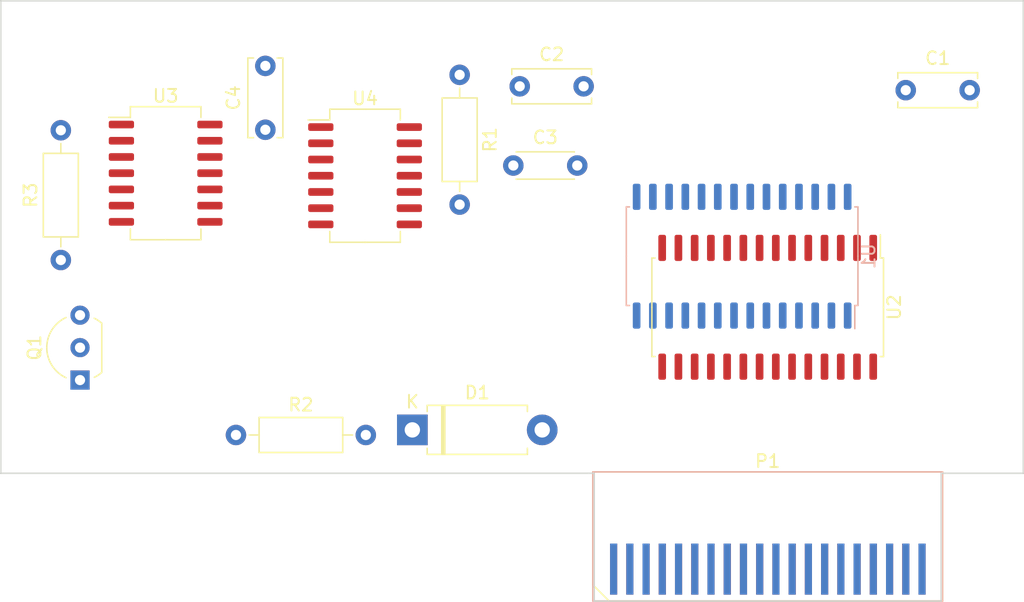
<source format=kicad_pcb>
(kicad_pcb (version 20171130) (host pcbnew 5.99.0+really5.1.10+dfsg1-1)

  (general
    (thickness 620)
    (drawings 5)
    (tracks 0)
    (zones 0)
    (modules 14)
    (nets 41)
  )

  (page A4)
  (layers
    (0 F.Cu signal)
    (31 B.Cu signal)
    (32 B.Adhes user)
    (33 F.Adhes user)
    (34 B.Paste user)
    (35 F.Paste user)
    (36 B.SilkS user)
    (37 F.SilkS user)
    (38 B.Mask user)
    (39 F.Mask user)
    (40 Dwgs.User user)
    (41 Cmts.User user)
    (42 Eco1.User user)
    (43 Eco2.User user)
    (44 Edge.Cuts user)
    (45 Margin user)
    (46 B.CrtYd user)
    (47 F.CrtYd user)
    (48 B.Fab user hide)
    (49 F.Fab user hide)
  )

  (setup
    (last_trace_width 0.25)
    (trace_clearance 0.2)
    (zone_clearance 0.508)
    (zone_45_only no)
    (trace_min 0.2)
    (via_size 0.8)
    (via_drill 0.4)
    (via_min_size 0.4)
    (via_min_drill 0.3)
    (uvia_size 0.3)
    (uvia_drill 0.1)
    (uvias_allowed no)
    (uvia_min_size 0.2)
    (uvia_min_drill 0.1)
    (edge_width 0.12)
    (segment_width 0.12)
    (pcb_text_width 0.3)
    (pcb_text_size 1.5 1.5)
    (mod_edge_width 0.12)
    (mod_text_size 1 1)
    (mod_text_width 0.15)
    (pad_size 1.524 1.524)
    (pad_drill 0.762)
    (pad_to_mask_clearance 0)
    (aux_axis_origin 0 0)
    (visible_elements FFFFFF7F)
    (pcbplotparams
      (layerselection 0x010fc_ffffffff)
      (usegerberextensions false)
      (usegerberattributes true)
      (usegerberadvancedattributes true)
      (creategerberjobfile true)
      (excludeedgelayer true)
      (linewidth 0.100000)
      (plotframeref false)
      (viasonmask false)
      (mode 1)
      (useauxorigin false)
      (hpglpennumber 1)
      (hpglpenspeed 20)
      (hpglpendiameter 15.000000)
      (psnegative false)
      (psa4output false)
      (plotreference true)
      (plotvalue true)
      (plotinvisibletext false)
      (padsonsilk false)
      (subtractmaskfromsilk false)
      (outputformat 1)
      (mirror false)
      (drillshape 1)
      (scaleselection 1)
      (outputdirectory ""))
  )

  (net 0 "")
  (net 1 GND)
  (net 2 VCC)
  (net 3 /P38)
  (net 4 /P34)
  (net 5 /P33)
  (net 6 /A8)
  (net 7 /A12)
  (net 8 /A9)
  (net 9 /A7)
  (net 10 /A11)
  (net 11 /A6)
  (net 12 /A5)
  (net 13 /A4)
  (net 14 /A10)
  (net 15 /A3)
  (net 16 /A2)
  (net 17 /D7)
  (net 18 /A1)
  (net 19 /D6)
  (net 20 /A0)
  (net 21 /D5)
  (net 22 /D0)
  (net 23 /D4)
  (net 24 /D1)
  (net 25 /D3)
  (net 26 /D2)
  (net 27 /A13RAM)
  (net 28 /A14RAM)
  (net 29 /~CSRAM)
  (net 30 /~CEROM)
  (net 31 /~OEROM)
  (net 32 /A14)
  (net 33 /A13)
  (net 34 /P31)
  (net 35 "Net-(Q1-Pad2)")
  (net 36 /~WERAM)
  (net 37 /~OERAM)
  (net 38 VMEM)
  (net 39 "Net-(D1-Pad2)")
  (net 40 /P18)

  (net_class Default "This is the default net class."
    (clearance 0.2)
    (trace_width 0.25)
    (via_dia 0.8)
    (via_drill 0.4)
    (uvia_dia 0.3)
    (uvia_drill 0.1)
    (add_net /A0)
    (add_net /A1)
    (add_net /A10)
    (add_net /A11)
    (add_net /A12)
    (add_net /A13)
    (add_net /A13RAM)
    (add_net /A14)
    (add_net /A14RAM)
    (add_net /A2)
    (add_net /A3)
    (add_net /A4)
    (add_net /A5)
    (add_net /A6)
    (add_net /A7)
    (add_net /A8)
    (add_net /A9)
    (add_net /D0)
    (add_net /D1)
    (add_net /D2)
    (add_net /D3)
    (add_net /D4)
    (add_net /D5)
    (add_net /D6)
    (add_net /D7)
    (add_net /P18)
    (add_net /P31)
    (add_net /P33)
    (add_net /P34)
    (add_net /P38)
    (add_net /~CEROM)
    (add_net /~CSRAM)
    (add_net /~OERAM)
    (add_net /~OEROM)
    (add_net /~WERAM)
    (add_net GND)
    (add_net "Net-(D1-Pad2)")
    (add_net "Net-(Q1-Pad2)")
    (add_net VCC)
    (add_net VMEM)
  )

  (module Capacitor_THT:C_Disc_D6.0mm_W2.5mm_P5.00mm (layer F.Cu) (tedit 5AE50EF0) (tstamp 61540F0D)
    (at 150.8 106)
    (descr "C, Disc series, Radial, pin pitch=5.00mm, , diameter*width=6*2.5mm^2, Capacitor, http://cdn-reichelt.de/documents/datenblatt/B300/DS_KERKO_TC.pdf")
    (tags "C Disc series Radial pin pitch 5.00mm  diameter 6mm width 2.5mm Capacitor")
    (path /5159BFD4)
    (fp_text reference C1 (at 2.5 -2.5) (layer F.SilkS)
      (effects (font (size 1 1) (thickness 0.15)))
    )
    (fp_text value 100n (at 2.5 2.5) (layer F.Fab)
      (effects (font (size 1 1) (thickness 0.15)))
    )
    (fp_line (start -0.5 -1.25) (end -0.5 1.25) (layer F.Fab) (width 0.1))
    (fp_line (start -0.5 1.25) (end 5.5 1.25) (layer F.Fab) (width 0.1))
    (fp_line (start 5.5 1.25) (end 5.5 -1.25) (layer F.Fab) (width 0.1))
    (fp_line (start 5.5 -1.25) (end -0.5 -1.25) (layer F.Fab) (width 0.1))
    (fp_line (start -0.62 -1.37) (end 5.62 -1.37) (layer F.SilkS) (width 0.12))
    (fp_line (start -0.62 1.37) (end 5.62 1.37) (layer F.SilkS) (width 0.12))
    (fp_line (start -0.62 -1.37) (end -0.62 -0.925) (layer F.SilkS) (width 0.12))
    (fp_line (start -0.62 0.925) (end -0.62 1.37) (layer F.SilkS) (width 0.12))
    (fp_line (start 5.62 -1.37) (end 5.62 -0.925) (layer F.SilkS) (width 0.12))
    (fp_line (start 5.62 0.925) (end 5.62 1.37) (layer F.SilkS) (width 0.12))
    (fp_line (start -1.05 -1.5) (end -1.05 1.5) (layer F.CrtYd) (width 0.05))
    (fp_line (start -1.05 1.5) (end 6.05 1.5) (layer F.CrtYd) (width 0.05))
    (fp_line (start 6.05 1.5) (end 6.05 -1.5) (layer F.CrtYd) (width 0.05))
    (fp_line (start 6.05 -1.5) (end -1.05 -1.5) (layer F.CrtYd) (width 0.05))
    (fp_text user %R (at 2.5 0) (layer F.Fab)
      (effects (font (size 1 1) (thickness 0.15)))
    )
    (pad 2 thru_hole circle (at 5 0) (size 1.6 1.6) (drill 0.8) (layers *.Cu *.Mask)
      (net 1 GND))
    (pad 1 thru_hole circle (at 0 0) (size 1.6 1.6) (drill 0.8) (layers *.Cu *.Mask)
      (net 2 VCC))
    (model ${KISYS3DMOD}/Capacitor_THT.3dshapes/C_Disc_D6.0mm_W2.5mm_P5.00mm.wrl
      (at (xyz 0 0 0))
      (scale (xyz 1 1 1))
      (rotate (xyz 0 0 0))
    )
  )

  (module Package_TO_SOT_THT:TO-92L_Inline_Wide (layer F.Cu) (tedit 5A11996A) (tstamp 615493F7)
    (at 86.2 128.7 90)
    (descr "TO-92L leads in-line (large body variant of TO-92), also known as TO-226, wide, drill 0.75mm (see https://www.diodes.com/assets/Package-Files/TO92L.pdf and http://www.ti.com/lit/an/snoa059/snoa059.pdf)")
    (tags "TO-92L Inline Wide transistor")
    (path /61582988)
    (fp_text reference Q1 (at 2.54 -3.56 90) (layer F.SilkS)
      (effects (font (size 1 1) (thickness 0.15)))
    )
    (fp_text value UN1211 (at 2.54 2.79 90) (layer F.Fab)
      (effects (font (size 1 1) (thickness 0.15)))
    )
    (fp_line (start 0.6 1.7) (end 4.45 1.7) (layer F.SilkS) (width 0.12))
    (fp_line (start 0.65 1.6) (end 4.4 1.6) (layer F.Fab) (width 0.1))
    (fp_line (start -1 -2.75) (end 6.1 -2.75) (layer F.CrtYd) (width 0.05))
    (fp_line (start -1 -2.75) (end -1 1.85) (layer F.CrtYd) (width 0.05))
    (fp_line (start 6.1 1.85) (end 6.1 -2.75) (layer F.CrtYd) (width 0.05))
    (fp_line (start 6.1 1.85) (end -1 1.85) (layer F.CrtYd) (width 0.05))
    (fp_arc (start 2.54 0) (end 4.45 1.7) (angle -15.88591585) (layer F.SilkS) (width 0.12))
    (fp_arc (start 2.54 0) (end 2.54 -2.48) (angle -130.2499344) (layer F.Fab) (width 0.1))
    (fp_arc (start 2.54 0) (end 2.54 -2.48) (angle 129.9527847) (layer F.Fab) (width 0.1))
    (fp_arc (start 2.54 0) (end 2.54 -2.6) (angle 65) (layer F.SilkS) (width 0.12))
    (fp_arc (start 2.54 0) (end 2.54 -2.6) (angle -65) (layer F.SilkS) (width 0.12))
    (fp_arc (start 2.54 0) (end 0.6 1.7) (angle 15.44288892) (layer F.SilkS) (width 0.12))
    (fp_text user %R (at 2.54 0 90) (layer F.Fab)
      (effects (font (size 1 1) (thickness 0.15)))
    )
    (pad 1 thru_hole rect (at 0 0 90) (size 1.5 1.5) (drill 0.8) (layers *.Cu *.Mask)
      (net 34 /P31))
    (pad 3 thru_hole circle (at 5.08 0 90) (size 1.5 1.5) (drill 0.8) (layers *.Cu *.Mask)
      (net 1 GND))
    (pad 2 thru_hole circle (at 2.54 0 90) (size 1.5 1.5) (drill 0.8) (layers *.Cu *.Mask)
      (net 35 "Net-(Q1-Pad2)"))
    (model ${KISYS3DMOD}/Package_TO_SOT_THT.3dshapes/TO-92L_Inline_Wide.wrl
      (at (xyz 0 0 0))
      (scale (xyz 1 1 1))
      (rotate (xyz 0 0 0))
    )
  )

  (module Resistor_THT:R_Axial_DIN0207_L6.3mm_D2.5mm_P10.16mm_Horizontal (layer F.Cu) (tedit 5AE5139B) (tstamp 61540F87)
    (at 115.9 104.8 270)
    (descr "Resistor, Axial_DIN0207 series, Axial, Horizontal, pin pitch=10.16mm, 0.25W = 1/4W, length*diameter=6.3*2.5mm^2, http://cdn-reichelt.de/documents/datenblatt/B400/1_4W%23YAG.pdf")
    (tags "Resistor Axial_DIN0207 series Axial Horizontal pin pitch 10.16mm 0.25W = 1/4W length 6.3mm diameter 2.5mm")
    (path /512AA97D)
    (fp_text reference R1 (at 5.08 -2.37 90) (layer F.SilkS)
      (effects (font (size 1 1) (thickness 0.15)))
    )
    (fp_text value 10k (at 5.08 2.37 90) (layer F.Fab)
      (effects (font (size 1 1) (thickness 0.15)))
    )
    (fp_line (start 1.93 -1.25) (end 1.93 1.25) (layer F.Fab) (width 0.1))
    (fp_line (start 1.93 1.25) (end 8.23 1.25) (layer F.Fab) (width 0.1))
    (fp_line (start 8.23 1.25) (end 8.23 -1.25) (layer F.Fab) (width 0.1))
    (fp_line (start 8.23 -1.25) (end 1.93 -1.25) (layer F.Fab) (width 0.1))
    (fp_line (start 0 0) (end 1.93 0) (layer F.Fab) (width 0.1))
    (fp_line (start 10.16 0) (end 8.23 0) (layer F.Fab) (width 0.1))
    (fp_line (start 1.81 -1.37) (end 1.81 1.37) (layer F.SilkS) (width 0.12))
    (fp_line (start 1.81 1.37) (end 8.35 1.37) (layer F.SilkS) (width 0.12))
    (fp_line (start 8.35 1.37) (end 8.35 -1.37) (layer F.SilkS) (width 0.12))
    (fp_line (start 8.35 -1.37) (end 1.81 -1.37) (layer F.SilkS) (width 0.12))
    (fp_line (start 1.04 0) (end 1.81 0) (layer F.SilkS) (width 0.12))
    (fp_line (start 9.12 0) (end 8.35 0) (layer F.SilkS) (width 0.12))
    (fp_line (start -1.05 -1.5) (end -1.05 1.5) (layer F.CrtYd) (width 0.05))
    (fp_line (start -1.05 1.5) (end 11.21 1.5) (layer F.CrtYd) (width 0.05))
    (fp_line (start 11.21 1.5) (end 11.21 -1.5) (layer F.CrtYd) (width 0.05))
    (fp_line (start 11.21 -1.5) (end -1.05 -1.5) (layer F.CrtYd) (width 0.05))
    (fp_text user %R (at 5.08 0 90) (layer F.Fab)
      (effects (font (size 1 1) (thickness 0.15)))
    )
    (pad 2 thru_hole oval (at 10.16 0 270) (size 1.6 1.6) (drill 0.8) (layers *.Cu *.Mask)
      (net 38 VMEM))
    (pad 1 thru_hole circle (at 0 0 270) (size 1.6 1.6) (drill 0.8) (layers *.Cu *.Mask)
      (net 29 /~CSRAM))
    (model ${KISYS3DMOD}/Resistor_THT.3dshapes/R_Axial_DIN0207_L6.3mm_D2.5mm_P10.16mm_Horizontal.wrl
      (at (xyz 0 0 0))
      (scale (xyz 1 1 1))
      (rotate (xyz 0 0 0))
    )
  )

  (module Resistor_THT:R_Axial_DIN0207_L6.3mm_D2.5mm_P10.16mm_Horizontal (layer F.Cu) (tedit 5AE5139B) (tstamp 61540F96)
    (at 98.4 133)
    (descr "Resistor, Axial_DIN0207 series, Axial, Horizontal, pin pitch=10.16mm, 0.25W = 1/4W, length*diameter=6.3*2.5mm^2, http://cdn-reichelt.de/documents/datenblatt/B400/1_4W%23YAG.pdf")
    (tags "Resistor Axial_DIN0207 series Axial Horizontal pin pitch 10.16mm 0.25W = 1/4W length 6.3mm diameter 2.5mm")
    (path /512AA437)
    (fp_text reference R2 (at 5.08 -2.37) (layer F.SilkS)
      (effects (font (size 1 1) (thickness 0.15)))
    )
    (fp_text value 2.2k (at 5.08 2.37) (layer F.Fab)
      (effects (font (size 1 1) (thickness 0.15)))
    )
    (fp_line (start 1.93 -1.25) (end 1.93 1.25) (layer F.Fab) (width 0.1))
    (fp_line (start 1.93 1.25) (end 8.23 1.25) (layer F.Fab) (width 0.1))
    (fp_line (start 8.23 1.25) (end 8.23 -1.25) (layer F.Fab) (width 0.1))
    (fp_line (start 8.23 -1.25) (end 1.93 -1.25) (layer F.Fab) (width 0.1))
    (fp_line (start 0 0) (end 1.93 0) (layer F.Fab) (width 0.1))
    (fp_line (start 10.16 0) (end 8.23 0) (layer F.Fab) (width 0.1))
    (fp_line (start 1.81 -1.37) (end 1.81 1.37) (layer F.SilkS) (width 0.12))
    (fp_line (start 1.81 1.37) (end 8.35 1.37) (layer F.SilkS) (width 0.12))
    (fp_line (start 8.35 1.37) (end 8.35 -1.37) (layer F.SilkS) (width 0.12))
    (fp_line (start 8.35 -1.37) (end 1.81 -1.37) (layer F.SilkS) (width 0.12))
    (fp_line (start 1.04 0) (end 1.81 0) (layer F.SilkS) (width 0.12))
    (fp_line (start 9.12 0) (end 8.35 0) (layer F.SilkS) (width 0.12))
    (fp_line (start -1.05 -1.5) (end -1.05 1.5) (layer F.CrtYd) (width 0.05))
    (fp_line (start -1.05 1.5) (end 11.21 1.5) (layer F.CrtYd) (width 0.05))
    (fp_line (start 11.21 1.5) (end 11.21 -1.5) (layer F.CrtYd) (width 0.05))
    (fp_line (start 11.21 -1.5) (end -1.05 -1.5) (layer F.CrtYd) (width 0.05))
    (fp_text user %R (at 5.08 0) (layer F.Fab)
      (effects (font (size 1 1) (thickness 0.15)))
    )
    (pad 2 thru_hole oval (at 10.16 0) (size 1.6 1.6) (drill 0.8) (layers *.Cu *.Mask)
      (net 39 "Net-(D1-Pad2)"))
    (pad 1 thru_hole circle (at 0 0) (size 1.6 1.6) (drill 0.8) (layers *.Cu *.Mask))
    (model ${KISYS3DMOD}/Resistor_THT.3dshapes/R_Axial_DIN0207_L6.3mm_D2.5mm_P10.16mm_Horizontal.wrl
      (at (xyz 0 0 0))
      (scale (xyz 1 1 1))
      (rotate (xyz 0 0 0))
    )
  )

  (module Diode_THT:D_DO-15_P10.16mm_Horizontal (layer F.Cu) (tedit 5AE50CD5) (tstamp 61540F2C)
    (at 112.2 132.6)
    (descr "Diode, DO-15 series, Axial, Horizontal, pin pitch=10.16mm, , length*diameter=7.6*3.6mm^2, , http://www.diodes.com/_files/packages/DO-15.pdf")
    (tags "Diode DO-15 series Axial Horizontal pin pitch 10.16mm  length 7.6mm diameter 3.6mm")
    (path /512AA3D2)
    (fp_text reference D1 (at 5.08 -2.92) (layer F.SilkS)
      (effects (font (size 1 1) (thickness 0.15)))
    )
    (fp_text value 1N4148 (at 5.08 2.92) (layer F.Fab)
      (effects (font (size 1 1) (thickness 0.15)))
    )
    (fp_line (start 1.28 -1.8) (end 1.28 1.8) (layer F.Fab) (width 0.1))
    (fp_line (start 1.28 1.8) (end 8.88 1.8) (layer F.Fab) (width 0.1))
    (fp_line (start 8.88 1.8) (end 8.88 -1.8) (layer F.Fab) (width 0.1))
    (fp_line (start 8.88 -1.8) (end 1.28 -1.8) (layer F.Fab) (width 0.1))
    (fp_line (start 0 0) (end 1.28 0) (layer F.Fab) (width 0.1))
    (fp_line (start 10.16 0) (end 8.88 0) (layer F.Fab) (width 0.1))
    (fp_line (start 2.42 -1.8) (end 2.42 1.8) (layer F.Fab) (width 0.1))
    (fp_line (start 2.52 -1.8) (end 2.52 1.8) (layer F.Fab) (width 0.1))
    (fp_line (start 2.32 -1.8) (end 2.32 1.8) (layer F.Fab) (width 0.1))
    (fp_line (start 1.16 -1.44) (end 1.16 -1.92) (layer F.SilkS) (width 0.12))
    (fp_line (start 1.16 -1.92) (end 9 -1.92) (layer F.SilkS) (width 0.12))
    (fp_line (start 9 -1.92) (end 9 -1.44) (layer F.SilkS) (width 0.12))
    (fp_line (start 1.16 1.44) (end 1.16 1.92) (layer F.SilkS) (width 0.12))
    (fp_line (start 1.16 1.92) (end 9 1.92) (layer F.SilkS) (width 0.12))
    (fp_line (start 9 1.92) (end 9 1.44) (layer F.SilkS) (width 0.12))
    (fp_line (start 2.42 -1.92) (end 2.42 1.92) (layer F.SilkS) (width 0.12))
    (fp_line (start 2.54 -1.92) (end 2.54 1.92) (layer F.SilkS) (width 0.12))
    (fp_line (start 2.3 -1.92) (end 2.3 1.92) (layer F.SilkS) (width 0.12))
    (fp_line (start -1.45 -2.05) (end -1.45 2.05) (layer F.CrtYd) (width 0.05))
    (fp_line (start -1.45 2.05) (end 11.61 2.05) (layer F.CrtYd) (width 0.05))
    (fp_line (start 11.61 2.05) (end 11.61 -2.05) (layer F.CrtYd) (width 0.05))
    (fp_line (start 11.61 -2.05) (end -1.45 -2.05) (layer F.CrtYd) (width 0.05))
    (fp_text user %R (at 5.65 0) (layer F.Fab)
      (effects (font (size 1 1) (thickness 0.15)))
    )
    (fp_text user K (at 0 -2.2) (layer F.Fab)
      (effects (font (size 1 1) (thickness 0.15)))
    )
    (fp_text user K (at 0 -2.2) (layer F.SilkS)
      (effects (font (size 1 1) (thickness 0.15)))
    )
    (pad 1 thru_hole rect (at 0 0) (size 2.4 2.4) (drill 1.2) (layers *.Cu *.Mask)
      (net 38 VMEM))
    (pad 2 thru_hole oval (at 10.16 0) (size 2.4 2.4) (drill 1.2) (layers *.Cu *.Mask)
      (net 39 "Net-(D1-Pad2)"))
    (model ${KISYS3DMOD}/Diode_THT.3dshapes/D_DO-15_P10.16mm_Horizontal.wrl
      (at (xyz 0 0 0))
      (scale (xyz 1 1 1))
      (rotate (xyz 0 0 0))
    )
  )

  (module Capacitor_THT:C_Disc_D6.0mm_W2.5mm_P5.00mm (layer F.Cu) (tedit 5AE50EF0) (tstamp 61540ED4)
    (at 120.6 105.7)
    (descr "C, Disc series, Radial, pin pitch=5.00mm, , diameter*width=6*2.5mm^2, Capacitor, http://cdn-reichelt.de/documents/datenblatt/B300/DS_KERKO_TC.pdf")
    (tags "C Disc series Radial pin pitch 5.00mm  diameter 6mm width 2.5mm Capacitor")
    (path /5159BFCE)
    (fp_text reference C2 (at 2.5 -2.5) (layer F.SilkS)
      (effects (font (size 1 1) (thickness 0.15)))
    )
    (fp_text value 100n (at 2.5 2.5) (layer F.Fab)
      (effects (font (size 1 1) (thickness 0.15)))
    )
    (fp_line (start -0.5 -1.25) (end -0.5 1.25) (layer F.Fab) (width 0.1))
    (fp_line (start -0.5 1.25) (end 5.5 1.25) (layer F.Fab) (width 0.1))
    (fp_line (start 5.5 1.25) (end 5.5 -1.25) (layer F.Fab) (width 0.1))
    (fp_line (start 5.5 -1.25) (end -0.5 -1.25) (layer F.Fab) (width 0.1))
    (fp_line (start -0.62 -1.37) (end 5.62 -1.37) (layer F.SilkS) (width 0.12))
    (fp_line (start -0.62 1.37) (end 5.62 1.37) (layer F.SilkS) (width 0.12))
    (fp_line (start -0.62 -1.37) (end -0.62 -0.925) (layer F.SilkS) (width 0.12))
    (fp_line (start -0.62 0.925) (end -0.62 1.37) (layer F.SilkS) (width 0.12))
    (fp_line (start 5.62 -1.37) (end 5.62 -0.925) (layer F.SilkS) (width 0.12))
    (fp_line (start 5.62 0.925) (end 5.62 1.37) (layer F.SilkS) (width 0.12))
    (fp_line (start -1.05 -1.5) (end -1.05 1.5) (layer F.CrtYd) (width 0.05))
    (fp_line (start -1.05 1.5) (end 6.05 1.5) (layer F.CrtYd) (width 0.05))
    (fp_line (start 6.05 1.5) (end 6.05 -1.5) (layer F.CrtYd) (width 0.05))
    (fp_line (start 6.05 -1.5) (end -1.05 -1.5) (layer F.CrtYd) (width 0.05))
    (fp_text user %R (at 2.5 0) (layer F.Fab)
      (effects (font (size 1 1) (thickness 0.15)))
    )
    (pad 2 thru_hole circle (at 5 0) (size 1.6 1.6) (drill 0.8) (layers *.Cu *.Mask)
      (net 1 GND))
    (pad 1 thru_hole circle (at 0 0) (size 1.6 1.6) (drill 0.8) (layers *.Cu *.Mask)
      (net 38 VMEM))
    (model ${KISYS3DMOD}/Capacitor_THT.3dshapes/C_Disc_D6.0mm_W2.5mm_P5.00mm.wrl
      (at (xyz 0 0 0))
      (scale (xyz 1 1 1))
      (rotate (xyz 0 0 0))
    )
  )

  (module Capacitor_THT:C_Disc_D4.3mm_W1.9mm_P5.00mm (layer F.Cu) (tedit 5AE50EF0) (tstamp 6154A7F9)
    (at 120.1 111.9)
    (descr "C, Disc series, Radial, pin pitch=5.00mm, , diameter*width=4.3*1.9mm^2, Capacitor, http://www.vishay.com/docs/45233/krseries.pdf")
    (tags "C Disc series Radial pin pitch 5.00mm  diameter 4.3mm width 1.9mm Capacitor")
    (path /512AA991)
    (fp_text reference C3 (at 2.5 -2.2) (layer F.SilkS)
      (effects (font (size 1 1) (thickness 0.15)))
    )
    (fp_text value 10n (at 2.5 2.2) (layer F.Fab)
      (effects (font (size 1 1) (thickness 0.15)))
    )
    (fp_line (start 0.35 -0.95) (end 0.35 0.95) (layer F.Fab) (width 0.1))
    (fp_line (start 0.35 0.95) (end 4.65 0.95) (layer F.Fab) (width 0.1))
    (fp_line (start 4.65 0.95) (end 4.65 -0.95) (layer F.Fab) (width 0.1))
    (fp_line (start 4.65 -0.95) (end 0.35 -0.95) (layer F.Fab) (width 0.1))
    (fp_line (start 0.23 -1.07) (end 4.77 -1.07) (layer F.SilkS) (width 0.12))
    (fp_line (start 0.23 1.07) (end 4.77 1.07) (layer F.SilkS) (width 0.12))
    (fp_line (start 0.23 -1.07) (end 0.23 -1.055) (layer F.SilkS) (width 0.12))
    (fp_line (start 0.23 1.055) (end 0.23 1.07) (layer F.SilkS) (width 0.12))
    (fp_line (start 4.77 -1.07) (end 4.77 -1.055) (layer F.SilkS) (width 0.12))
    (fp_line (start 4.77 1.055) (end 4.77 1.07) (layer F.SilkS) (width 0.12))
    (fp_line (start -1.05 -1.2) (end -1.05 1.2) (layer F.CrtYd) (width 0.05))
    (fp_line (start -1.05 1.2) (end 6.05 1.2) (layer F.CrtYd) (width 0.05))
    (fp_line (start 6.05 1.2) (end 6.05 -1.2) (layer F.CrtYd) (width 0.05))
    (fp_line (start 6.05 -1.2) (end -1.05 -1.2) (layer F.CrtYd) (width 0.05))
    (fp_text user %R (at 2.5 0) (layer F.Fab)
      (effects (font (size 0.86 0.86) (thickness 0.129)))
    )
    (pad 2 thru_hole circle (at 5 0) (size 1.6 1.6) (drill 0.8) (layers *.Cu *.Mask)
      (net 1 GND))
    (pad 1 thru_hole circle (at 0 0) (size 1.6 1.6) (drill 0.8) (layers *.Cu *.Mask)
      (net 29 /~CSRAM))
    (model ${KISYS3DMOD}/Capacitor_THT.3dshapes/C_Disc_D4.3mm_W1.9mm_P5.00mm.wrl
      (at (xyz 0 0 0))
      (scale (xyz 1 1 1))
      (rotate (xyz 0 0 0))
    )
  )

  (module Capacitor_THT:C_Disc_D6.0mm_W2.5mm_P5.00mm (layer F.Cu) (tedit 5AE50EF0) (tstamp 61540EFA)
    (at 100.7 109.1 90)
    (descr "C, Disc series, Radial, pin pitch=5.00mm, , diameter*width=6*2.5mm^2, Capacitor, http://cdn-reichelt.de/documents/datenblatt/B300/DS_KERKO_TC.pdf")
    (tags "C Disc series Radial pin pitch 5.00mm  diameter 6mm width 2.5mm Capacitor")
    (path /5159BFDA)
    (fp_text reference C4 (at 2.5 -2.5 90) (layer F.SilkS)
      (effects (font (size 1 1) (thickness 0.15)))
    )
    (fp_text value 100n (at 2.5 2.5 90) (layer F.Fab)
      (effects (font (size 1 1) (thickness 0.15)))
    )
    (fp_line (start -0.5 -1.25) (end -0.5 1.25) (layer F.Fab) (width 0.1))
    (fp_line (start -0.5 1.25) (end 5.5 1.25) (layer F.Fab) (width 0.1))
    (fp_line (start 5.5 1.25) (end 5.5 -1.25) (layer F.Fab) (width 0.1))
    (fp_line (start 5.5 -1.25) (end -0.5 -1.25) (layer F.Fab) (width 0.1))
    (fp_line (start -0.62 -1.37) (end 5.62 -1.37) (layer F.SilkS) (width 0.12))
    (fp_line (start -0.62 1.37) (end 5.62 1.37) (layer F.SilkS) (width 0.12))
    (fp_line (start -0.62 -1.37) (end -0.62 -0.925) (layer F.SilkS) (width 0.12))
    (fp_line (start -0.62 0.925) (end -0.62 1.37) (layer F.SilkS) (width 0.12))
    (fp_line (start 5.62 -1.37) (end 5.62 -0.925) (layer F.SilkS) (width 0.12))
    (fp_line (start 5.62 0.925) (end 5.62 1.37) (layer F.SilkS) (width 0.12))
    (fp_line (start -1.05 -1.5) (end -1.05 1.5) (layer F.CrtYd) (width 0.05))
    (fp_line (start -1.05 1.5) (end 6.05 1.5) (layer F.CrtYd) (width 0.05))
    (fp_line (start 6.05 1.5) (end 6.05 -1.5) (layer F.CrtYd) (width 0.05))
    (fp_line (start 6.05 -1.5) (end -1.05 -1.5) (layer F.CrtYd) (width 0.05))
    (fp_text user %R (at 2.5 0 90) (layer F.Fab)
      (effects (font (size 1 1) (thickness 0.15)))
    )
    (pad 2 thru_hole circle (at 5 0 90) (size 1.6 1.6) (drill 0.8) (layers *.Cu *.Mask)
      (net 1 GND))
    (pad 1 thru_hole circle (at 0 0 90) (size 1.6 1.6) (drill 0.8) (layers *.Cu *.Mask)
      (net 2 VCC))
    (model ${KISYS3DMOD}/Capacitor_THT.3dshapes/C_Disc_D6.0mm_W2.5mm_P5.00mm.wrl
      (at (xyz 0 0 0))
      (scale (xyz 1 1 1))
      (rotate (xyz 0 0 0))
    )
  )

  (module Resistor_THT:R_Axial_DIN0207_L6.3mm_D2.5mm_P10.16mm_Horizontal (layer F.Cu) (tedit 5AE5139B) (tstamp 61540FA5)
    (at 84.7 119.3 90)
    (descr "Resistor, Axial_DIN0207 series, Axial, Horizontal, pin pitch=10.16mm, 0.25W = 1/4W, length*diameter=6.3*2.5mm^2, http://cdn-reichelt.de/documents/datenblatt/B400/1_4W%23YAG.pdf")
    (tags "Resistor Axial_DIN0207 series Axial Horizontal pin pitch 10.16mm 0.25W = 1/4W length 6.3mm diameter 2.5mm")
    (path /512AAE5C)
    (fp_text reference R3 (at 5.08 -2.37 90) (layer F.SilkS)
      (effects (font (size 1 1) (thickness 0.15)))
    )
    (fp_text value 4.7k (at 5.08 2.37 90) (layer F.Fab)
      (effects (font (size 1 1) (thickness 0.15)))
    )
    (fp_line (start 1.93 -1.25) (end 1.93 1.25) (layer F.Fab) (width 0.1))
    (fp_line (start 1.93 1.25) (end 8.23 1.25) (layer F.Fab) (width 0.1))
    (fp_line (start 8.23 1.25) (end 8.23 -1.25) (layer F.Fab) (width 0.1))
    (fp_line (start 8.23 -1.25) (end 1.93 -1.25) (layer F.Fab) (width 0.1))
    (fp_line (start 0 0) (end 1.93 0) (layer F.Fab) (width 0.1))
    (fp_line (start 10.16 0) (end 8.23 0) (layer F.Fab) (width 0.1))
    (fp_line (start 1.81 -1.37) (end 1.81 1.37) (layer F.SilkS) (width 0.12))
    (fp_line (start 1.81 1.37) (end 8.35 1.37) (layer F.SilkS) (width 0.12))
    (fp_line (start 8.35 1.37) (end 8.35 -1.37) (layer F.SilkS) (width 0.12))
    (fp_line (start 8.35 -1.37) (end 1.81 -1.37) (layer F.SilkS) (width 0.12))
    (fp_line (start 1.04 0) (end 1.81 0) (layer F.SilkS) (width 0.12))
    (fp_line (start 9.12 0) (end 8.35 0) (layer F.SilkS) (width 0.12))
    (fp_line (start -1.05 -1.5) (end -1.05 1.5) (layer F.CrtYd) (width 0.05))
    (fp_line (start -1.05 1.5) (end 11.21 1.5) (layer F.CrtYd) (width 0.05))
    (fp_line (start 11.21 1.5) (end 11.21 -1.5) (layer F.CrtYd) (width 0.05))
    (fp_line (start 11.21 -1.5) (end -1.05 -1.5) (layer F.CrtYd) (width 0.05))
    (fp_text user %R (at 5.08 0 90) (layer F.Fab)
      (effects (font (size 1 1) (thickness 0.15)))
    )
    (pad 2 thru_hole oval (at 10.16 0 90) (size 1.6 1.6) (drill 0.8) (layers *.Cu *.Mask)
      (net 2 VCC))
    (pad 1 thru_hole circle (at 0 0 90) (size 1.6 1.6) (drill 0.8) (layers *.Cu *.Mask)
      (net 35 "Net-(Q1-Pad2)"))
    (model ${KISYS3DMOD}/Resistor_THT.3dshapes/R_Axial_DIN0207_L6.3mm_D2.5mm_P10.16mm_Horizontal.wrl
      (at (xyz 0 0 0))
      (scale (xyz 1 1 1))
      (rotate (xyz 0 0 0))
    )
  )

  (module Package_SO:SOIC-28W_7.5x17.9mm_P1.27mm (layer B.Cu) (tedit 5D9F72B1) (tstamp 61540FD6)
    (at 138 119 90)
    (descr "SOIC, 28 Pin (JEDEC MS-013AE, https://www.analog.com/media/en/package-pcb-resources/package/35833120341221rw_28.pdf), generated with kicad-footprint-generator ipc_gullwing_generator.py")
    (tags "SOIC SO")
    (path /512A8D2F)
    (attr smd)
    (fp_text reference U1 (at 0 9.9 90) (layer B.SilkS)
      (effects (font (size 1 1) (thickness 0.15)) (justify mirror))
    )
    (fp_text value 27C256AP-20 (at 0 -9.9 90) (layer B.Fab)
      (effects (font (size 1 1) (thickness 0.15)) (justify mirror))
    )
    (fp_line (start 0 -9.06) (end 3.86 -9.06) (layer B.SilkS) (width 0.12))
    (fp_line (start 3.86 -9.06) (end 3.86 -8.815) (layer B.SilkS) (width 0.12))
    (fp_line (start 0 -9.06) (end -3.86 -9.06) (layer B.SilkS) (width 0.12))
    (fp_line (start -3.86 -9.06) (end -3.86 -8.815) (layer B.SilkS) (width 0.12))
    (fp_line (start 0 9.06) (end 3.86 9.06) (layer B.SilkS) (width 0.12))
    (fp_line (start 3.86 9.06) (end 3.86 8.815) (layer B.SilkS) (width 0.12))
    (fp_line (start 0 9.06) (end -3.86 9.06) (layer B.SilkS) (width 0.12))
    (fp_line (start -3.86 9.06) (end -3.86 8.815) (layer B.SilkS) (width 0.12))
    (fp_line (start -3.86 8.815) (end -5.675 8.815) (layer B.SilkS) (width 0.12))
    (fp_line (start -2.75 8.95) (end 3.75 8.95) (layer B.Fab) (width 0.1))
    (fp_line (start 3.75 8.95) (end 3.75 -8.95) (layer B.Fab) (width 0.1))
    (fp_line (start 3.75 -8.95) (end -3.75 -8.95) (layer B.Fab) (width 0.1))
    (fp_line (start -3.75 -8.95) (end -3.75 7.95) (layer B.Fab) (width 0.1))
    (fp_line (start -3.75 7.95) (end -2.75 8.95) (layer B.Fab) (width 0.1))
    (fp_line (start -5.93 9.2) (end -5.93 -9.2) (layer B.CrtYd) (width 0.05))
    (fp_line (start -5.93 -9.2) (end 5.93 -9.2) (layer B.CrtYd) (width 0.05))
    (fp_line (start 5.93 -9.2) (end 5.93 9.2) (layer B.CrtYd) (width 0.05))
    (fp_line (start 5.93 9.2) (end -5.93 9.2) (layer B.CrtYd) (width 0.05))
    (fp_text user %R (at 0 0 90) (layer B.Fab)
      (effects (font (size 1 1) (thickness 0.15)) (justify mirror))
    )
    (pad 28 smd roundrect (at 4.65 8.255 90) (size 2.05 0.6) (layers B.Cu B.Paste B.Mask) (roundrect_rratio 0.25)
      (net 2 VCC))
    (pad 27 smd roundrect (at 4.65 6.985 90) (size 2.05 0.6) (layers B.Cu B.Paste B.Mask) (roundrect_rratio 0.25)
      (net 32 /A14))
    (pad 26 smd roundrect (at 4.65 5.715 90) (size 2.05 0.6) (layers B.Cu B.Paste B.Mask) (roundrect_rratio 0.25)
      (net 33 /A13))
    (pad 25 smd roundrect (at 4.65 4.445 90) (size 2.05 0.6) (layers B.Cu B.Paste B.Mask) (roundrect_rratio 0.25)
      (net 6 /A8))
    (pad 24 smd roundrect (at 4.65 3.175 90) (size 2.05 0.6) (layers B.Cu B.Paste B.Mask) (roundrect_rratio 0.25)
      (net 8 /A9))
    (pad 23 smd roundrect (at 4.65 1.905 90) (size 2.05 0.6) (layers B.Cu B.Paste B.Mask) (roundrect_rratio 0.25)
      (net 10 /A11))
    (pad 22 smd roundrect (at 4.65 0.635 90) (size 2.05 0.6) (layers B.Cu B.Paste B.Mask) (roundrect_rratio 0.25)
      (net 31 /~OEROM))
    (pad 21 smd roundrect (at 4.65 -0.635 90) (size 2.05 0.6) (layers B.Cu B.Paste B.Mask) (roundrect_rratio 0.25)
      (net 14 /A10))
    (pad 20 smd roundrect (at 4.65 -1.905 90) (size 2.05 0.6) (layers B.Cu B.Paste B.Mask) (roundrect_rratio 0.25)
      (net 30 /~CEROM))
    (pad 19 smd roundrect (at 4.65 -3.175 90) (size 2.05 0.6) (layers B.Cu B.Paste B.Mask) (roundrect_rratio 0.25)
      (net 17 /D7))
    (pad 18 smd roundrect (at 4.65 -4.445 90) (size 2.05 0.6) (layers B.Cu B.Paste B.Mask) (roundrect_rratio 0.25)
      (net 19 /D6))
    (pad 17 smd roundrect (at 4.65 -5.715 90) (size 2.05 0.6) (layers B.Cu B.Paste B.Mask) (roundrect_rratio 0.25)
      (net 21 /D5))
    (pad 16 smd roundrect (at 4.65 -6.985 90) (size 2.05 0.6) (layers B.Cu B.Paste B.Mask) (roundrect_rratio 0.25)
      (net 23 /D4))
    (pad 15 smd roundrect (at 4.65 -8.255 90) (size 2.05 0.6) (layers B.Cu B.Paste B.Mask) (roundrect_rratio 0.25)
      (net 25 /D3))
    (pad 14 smd roundrect (at -4.65 -8.255 90) (size 2.05 0.6) (layers B.Cu B.Paste B.Mask) (roundrect_rratio 0.25)
      (net 1 GND))
    (pad 13 smd roundrect (at -4.65 -6.985 90) (size 2.05 0.6) (layers B.Cu B.Paste B.Mask) (roundrect_rratio 0.25)
      (net 26 /D2))
    (pad 12 smd roundrect (at -4.65 -5.715 90) (size 2.05 0.6) (layers B.Cu B.Paste B.Mask) (roundrect_rratio 0.25)
      (net 24 /D1))
    (pad 11 smd roundrect (at -4.65 -4.445 90) (size 2.05 0.6) (layers B.Cu B.Paste B.Mask) (roundrect_rratio 0.25)
      (net 22 /D0))
    (pad 10 smd roundrect (at -4.65 -3.175 90) (size 2.05 0.6) (layers B.Cu B.Paste B.Mask) (roundrect_rratio 0.25)
      (net 20 /A0))
    (pad 9 smd roundrect (at -4.65 -1.905 90) (size 2.05 0.6) (layers B.Cu B.Paste B.Mask) (roundrect_rratio 0.25)
      (net 18 /A1))
    (pad 8 smd roundrect (at -4.65 -0.635 90) (size 2.05 0.6) (layers B.Cu B.Paste B.Mask) (roundrect_rratio 0.25)
      (net 16 /A2))
    (pad 7 smd roundrect (at -4.65 0.635 90) (size 2.05 0.6) (layers B.Cu B.Paste B.Mask) (roundrect_rratio 0.25)
      (net 15 /A3))
    (pad 6 smd roundrect (at -4.65 1.905 90) (size 2.05 0.6) (layers B.Cu B.Paste B.Mask) (roundrect_rratio 0.25)
      (net 13 /A4))
    (pad 5 smd roundrect (at -4.65 3.175 90) (size 2.05 0.6) (layers B.Cu B.Paste B.Mask) (roundrect_rratio 0.25)
      (net 12 /A5))
    (pad 4 smd roundrect (at -4.65 4.445 90) (size 2.05 0.6) (layers B.Cu B.Paste B.Mask) (roundrect_rratio 0.25)
      (net 11 /A6))
    (pad 3 smd roundrect (at -4.65 5.715 90) (size 2.05 0.6) (layers B.Cu B.Paste B.Mask) (roundrect_rratio 0.25)
      (net 9 /A7))
    (pad 2 smd roundrect (at -4.65 6.985 90) (size 2.05 0.6) (layers B.Cu B.Paste B.Mask) (roundrect_rratio 0.25)
      (net 7 /A12))
    (pad 1 smd roundrect (at -4.65 8.255 90) (size 2.05 0.6) (layers B.Cu B.Paste B.Mask) (roundrect_rratio 0.25)
      (net 2 VCC))
    (model ${KISYS3DMOD}/Package_SO.3dshapes/SOIC-28W_7.5x17.9mm_P1.27mm.wrl
      (at (xyz 0 0 0))
      (scale (xyz 1 1 1))
      (rotate (xyz 0 0 0))
    )
  )

  (module Package_SO:SOIC-28W_7.5x17.9mm_P1.27mm (layer F.Cu) (tedit 5D9F72B1) (tstamp 61541007)
    (at 140 123 270)
    (descr "SOIC, 28 Pin (JEDEC MS-013AE, https://www.analog.com/media/en/package-pcb-resources/package/35833120341221rw_28.pdf), generated with kicad-footprint-generator ipc_gullwing_generator.py")
    (tags "SOIC SO")
    (path /512A8D63)
    (attr smd)
    (fp_text reference U2 (at 0 -9.9 90) (layer F.SilkS)
      (effects (font (size 1 1) (thickness 0.15)))
    )
    (fp_text value HM62256LFP-12T (at 0 9.9 90) (layer F.Fab)
      (effects (font (size 1 1) (thickness 0.15)))
    )
    (fp_line (start 0 9.06) (end 3.86 9.06) (layer F.SilkS) (width 0.12))
    (fp_line (start 3.86 9.06) (end 3.86 8.815) (layer F.SilkS) (width 0.12))
    (fp_line (start 0 9.06) (end -3.86 9.06) (layer F.SilkS) (width 0.12))
    (fp_line (start -3.86 9.06) (end -3.86 8.815) (layer F.SilkS) (width 0.12))
    (fp_line (start 0 -9.06) (end 3.86 -9.06) (layer F.SilkS) (width 0.12))
    (fp_line (start 3.86 -9.06) (end 3.86 -8.815) (layer F.SilkS) (width 0.12))
    (fp_line (start 0 -9.06) (end -3.86 -9.06) (layer F.SilkS) (width 0.12))
    (fp_line (start -3.86 -9.06) (end -3.86 -8.815) (layer F.SilkS) (width 0.12))
    (fp_line (start -3.86 -8.815) (end -5.675 -8.815) (layer F.SilkS) (width 0.12))
    (fp_line (start -2.75 -8.95) (end 3.75 -8.95) (layer F.Fab) (width 0.1))
    (fp_line (start 3.75 -8.95) (end 3.75 8.95) (layer F.Fab) (width 0.1))
    (fp_line (start 3.75 8.95) (end -3.75 8.95) (layer F.Fab) (width 0.1))
    (fp_line (start -3.75 8.95) (end -3.75 -7.95) (layer F.Fab) (width 0.1))
    (fp_line (start -3.75 -7.95) (end -2.75 -8.95) (layer F.Fab) (width 0.1))
    (fp_line (start -5.93 -9.2) (end -5.93 9.2) (layer F.CrtYd) (width 0.05))
    (fp_line (start -5.93 9.2) (end 5.93 9.2) (layer F.CrtYd) (width 0.05))
    (fp_line (start 5.93 9.2) (end 5.93 -9.2) (layer F.CrtYd) (width 0.05))
    (fp_line (start 5.93 -9.2) (end -5.93 -9.2) (layer F.CrtYd) (width 0.05))
    (fp_text user %R (at 0 0 90) (layer F.Fab)
      (effects (font (size 1 1) (thickness 0.15)))
    )
    (pad 28 smd roundrect (at 4.65 -8.255 270) (size 2.05 0.6) (layers F.Cu F.Paste F.Mask) (roundrect_rratio 0.25)
      (net 38 VMEM))
    (pad 27 smd roundrect (at 4.65 -6.985 270) (size 2.05 0.6) (layers F.Cu F.Paste F.Mask) (roundrect_rratio 0.25)
      (net 36 /~WERAM))
    (pad 26 smd roundrect (at 4.65 -5.715 270) (size 2.05 0.6) (layers F.Cu F.Paste F.Mask) (roundrect_rratio 0.25)
      (net 27 /A13RAM))
    (pad 25 smd roundrect (at 4.65 -4.445 270) (size 2.05 0.6) (layers F.Cu F.Paste F.Mask) (roundrect_rratio 0.25)
      (net 6 /A8))
    (pad 24 smd roundrect (at 4.65 -3.175 270) (size 2.05 0.6) (layers F.Cu F.Paste F.Mask) (roundrect_rratio 0.25)
      (net 8 /A9))
    (pad 23 smd roundrect (at 4.65 -1.905 270) (size 2.05 0.6) (layers F.Cu F.Paste F.Mask) (roundrect_rratio 0.25)
      (net 10 /A11))
    (pad 22 smd roundrect (at 4.65 -0.635 270) (size 2.05 0.6) (layers F.Cu F.Paste F.Mask) (roundrect_rratio 0.25)
      (net 37 /~OERAM))
    (pad 21 smd roundrect (at 4.65 0.635 270) (size 2.05 0.6) (layers F.Cu F.Paste F.Mask) (roundrect_rratio 0.25)
      (net 14 /A10))
    (pad 20 smd roundrect (at 4.65 1.905 270) (size 2.05 0.6) (layers F.Cu F.Paste F.Mask) (roundrect_rratio 0.25)
      (net 29 /~CSRAM))
    (pad 19 smd roundrect (at 4.65 3.175 270) (size 2.05 0.6) (layers F.Cu F.Paste F.Mask) (roundrect_rratio 0.25)
      (net 17 /D7))
    (pad 18 smd roundrect (at 4.65 4.445 270) (size 2.05 0.6) (layers F.Cu F.Paste F.Mask) (roundrect_rratio 0.25)
      (net 19 /D6))
    (pad 17 smd roundrect (at 4.65 5.715 270) (size 2.05 0.6) (layers F.Cu F.Paste F.Mask) (roundrect_rratio 0.25)
      (net 21 /D5))
    (pad 16 smd roundrect (at 4.65 6.985 270) (size 2.05 0.6) (layers F.Cu F.Paste F.Mask) (roundrect_rratio 0.25)
      (net 23 /D4))
    (pad 15 smd roundrect (at 4.65 8.255 270) (size 2.05 0.6) (layers F.Cu F.Paste F.Mask) (roundrect_rratio 0.25)
      (net 25 /D3))
    (pad 14 smd roundrect (at -4.65 8.255 270) (size 2.05 0.6) (layers F.Cu F.Paste F.Mask) (roundrect_rratio 0.25)
      (net 1 GND))
    (pad 13 smd roundrect (at -4.65 6.985 270) (size 2.05 0.6) (layers F.Cu F.Paste F.Mask) (roundrect_rratio 0.25)
      (net 26 /D2))
    (pad 12 smd roundrect (at -4.65 5.715 270) (size 2.05 0.6) (layers F.Cu F.Paste F.Mask) (roundrect_rratio 0.25)
      (net 24 /D1))
    (pad 11 smd roundrect (at -4.65 4.445 270) (size 2.05 0.6) (layers F.Cu F.Paste F.Mask) (roundrect_rratio 0.25)
      (net 22 /D0))
    (pad 10 smd roundrect (at -4.65 3.175 270) (size 2.05 0.6) (layers F.Cu F.Paste F.Mask) (roundrect_rratio 0.25)
      (net 20 /A0))
    (pad 9 smd roundrect (at -4.65 1.905 270) (size 2.05 0.6) (layers F.Cu F.Paste F.Mask) (roundrect_rratio 0.25)
      (net 18 /A1))
    (pad 8 smd roundrect (at -4.65 0.635 270) (size 2.05 0.6) (layers F.Cu F.Paste F.Mask) (roundrect_rratio 0.25)
      (net 16 /A2))
    (pad 7 smd roundrect (at -4.65 -0.635 270) (size 2.05 0.6) (layers F.Cu F.Paste F.Mask) (roundrect_rratio 0.25)
      (net 15 /A3))
    (pad 6 smd roundrect (at -4.65 -1.905 270) (size 2.05 0.6) (layers F.Cu F.Paste F.Mask) (roundrect_rratio 0.25)
      (net 13 /A4))
    (pad 5 smd roundrect (at -4.65 -3.175 270) (size 2.05 0.6) (layers F.Cu F.Paste F.Mask) (roundrect_rratio 0.25)
      (net 12 /A5))
    (pad 4 smd roundrect (at -4.65 -4.445 270) (size 2.05 0.6) (layers F.Cu F.Paste F.Mask) (roundrect_rratio 0.25)
      (net 11 /A6))
    (pad 3 smd roundrect (at -4.65 -5.715 270) (size 2.05 0.6) (layers F.Cu F.Paste F.Mask) (roundrect_rratio 0.25)
      (net 9 /A7))
    (pad 2 smd roundrect (at -4.65 -6.985 270) (size 2.05 0.6) (layers F.Cu F.Paste F.Mask) (roundrect_rratio 0.25)
      (net 7 /A12))
    (pad 1 smd roundrect (at -4.65 -8.255 270) (size 2.05 0.6) (layers F.Cu F.Paste F.Mask) (roundrect_rratio 0.25)
      (net 28 /A14RAM))
    (model ${KISYS3DMOD}/Package_SO.3dshapes/SOIC-28W_7.5x17.9mm_P1.27mm.wrl
      (at (xyz 0 0 0))
      (scale (xyz 1 1 1))
      (rotate (xyz 0 0 0))
    )
  )

  (module Package_SO:SO-14_5.3x10.2mm_P1.27mm (layer F.Cu) (tedit 5EA5315B) (tstamp 61541027)
    (at 92.9 112.5)
    (descr "SO, 14 Pin (https://www.ti.com/lit/ml/msop002a/msop002a.pdf), generated with kicad-footprint-generator ipc_gullwing_generator.py")
    (tags "SO SO")
    (path /512AAE35)
    (attr smd)
    (fp_text reference U3 (at 0 -6.05) (layer F.SilkS)
      (effects (font (size 1 1) (thickness 0.15)))
    )
    (fp_text value 74HC4075 (at 0 6.05) (layer F.Fab)
      (effects (font (size 1 1) (thickness 0.15)))
    )
    (fp_line (start 4.7 -5.35) (end -4.7 -5.35) (layer F.CrtYd) (width 0.05))
    (fp_line (start 4.7 5.35) (end 4.7 -5.35) (layer F.CrtYd) (width 0.05))
    (fp_line (start -4.7 5.35) (end 4.7 5.35) (layer F.CrtYd) (width 0.05))
    (fp_line (start -4.7 -5.35) (end -4.7 5.35) (layer F.CrtYd) (width 0.05))
    (fp_line (start -2.65 -4.1) (end -1.65 -5.1) (layer F.Fab) (width 0.1))
    (fp_line (start -2.65 5.1) (end -2.65 -4.1) (layer F.Fab) (width 0.1))
    (fp_line (start 2.65 5.1) (end -2.65 5.1) (layer F.Fab) (width 0.1))
    (fp_line (start 2.65 -5.1) (end 2.65 5.1) (layer F.Fab) (width 0.1))
    (fp_line (start -1.65 -5.1) (end 2.65 -5.1) (layer F.Fab) (width 0.1))
    (fp_line (start -2.76 -4.37) (end -4.45 -4.37) (layer F.SilkS) (width 0.12))
    (fp_line (start -2.76 -5.21) (end -2.76 -4.37) (layer F.SilkS) (width 0.12))
    (fp_line (start 0 -5.21) (end -2.76 -5.21) (layer F.SilkS) (width 0.12))
    (fp_line (start 2.76 -5.21) (end 2.76 -4.37) (layer F.SilkS) (width 0.12))
    (fp_line (start 0 -5.21) (end 2.76 -5.21) (layer F.SilkS) (width 0.12))
    (fp_line (start -2.76 5.21) (end -2.76 4.37) (layer F.SilkS) (width 0.12))
    (fp_line (start 0 5.21) (end -2.76 5.21) (layer F.SilkS) (width 0.12))
    (fp_line (start 2.76 5.21) (end 2.76 4.37) (layer F.SilkS) (width 0.12))
    (fp_line (start 0 5.21) (end 2.76 5.21) (layer F.SilkS) (width 0.12))
    (fp_text user %R (at 0 0) (layer F.Fab)
      (effects (font (size 1 1) (thickness 0.15)))
    )
    (pad 14 smd roundrect (at 3.4625 -3.81) (size 1.975 0.6) (layers F.Cu F.Paste F.Mask) (roundrect_rratio 0.25)
      (net 2 VCC))
    (pad 13 smd roundrect (at 3.4625 -2.54) (size 1.975 0.6) (layers F.Cu F.Paste F.Mask) (roundrect_rratio 0.25)
      (net 40 /P18))
    (pad 12 smd roundrect (at 3.4625 -1.27) (size 1.975 0.6) (layers F.Cu F.Paste F.Mask) (roundrect_rratio 0.25))
    (pad 11 smd roundrect (at 3.4625 0) (size 1.975 0.6) (layers F.Cu F.Paste F.Mask) (roundrect_rratio 0.25)
      (net 5 /P33))
    (pad 10 smd roundrect (at 3.4625 1.27) (size 1.975 0.6) (layers F.Cu F.Paste F.Mask) (roundrect_rratio 0.25)
      (net 37 /~OERAM))
    (pad 9 smd roundrect (at 3.4625 2.54) (size 1.975 0.6) (layers F.Cu F.Paste F.Mask) (roundrect_rratio 0.25)
      (net 36 /~WERAM))
    (pad 8 smd roundrect (at 3.4625 3.81) (size 1.975 0.6) (layers F.Cu F.Paste F.Mask) (roundrect_rratio 0.25)
      (net 4 /P34))
    (pad 7 smd roundrect (at -3.4625 3.81) (size 1.975 0.6) (layers F.Cu F.Paste F.Mask) (roundrect_rratio 0.25)
      (net 1 GND))
    (pad 6 smd roundrect (at -3.4625 2.54) (size 1.975 0.6) (layers F.Cu F.Paste F.Mask) (roundrect_rratio 0.25))
    (pad 5 smd roundrect (at -3.4625 1.27) (size 1.975 0.6) (layers F.Cu F.Paste F.Mask) (roundrect_rratio 0.25)
      (net 1 GND))
    (pad 4 smd roundrect (at -3.4625 0) (size 1.975 0.6) (layers F.Cu F.Paste F.Mask) (roundrect_rratio 0.25))
    (pad 3 smd roundrect (at -3.4625 -1.27) (size 1.975 0.6) (layers F.Cu F.Paste F.Mask) (roundrect_rratio 0.25))
    (pad 2 smd roundrect (at -3.4625 -2.54) (size 1.975 0.6) (layers F.Cu F.Paste F.Mask) (roundrect_rratio 0.25)
      (net 35 "Net-(Q1-Pad2)"))
    (pad 1 smd roundrect (at -3.4625 -3.81) (size 1.975 0.6) (layers F.Cu F.Paste F.Mask) (roundrect_rratio 0.25))
    (model ${KISYS3DMOD}/Package_SO.3dshapes/SO-14_5.3x10.2mm_P1.27mm.wrl
      (at (xyz 0 0 0))
      (scale (xyz 1 1 1))
      (rotate (xyz 0 0 0))
    )
  )

  (module Package_SO:SO-14_5.3x10.2mm_P1.27mm (layer F.Cu) (tedit 5EA5315B) (tstamp 61541047)
    (at 108.5 112.7)
    (descr "SO, 14 Pin (https://www.ti.com/lit/ml/msop002a/msop002a.pdf), generated with kicad-footprint-generator ipc_gullwing_generator.py")
    (tags "SO SO")
    (path /512AB2C4)
    (attr smd)
    (fp_text reference U4 (at 0 -6.05) (layer F.SilkS)
      (effects (font (size 1 1) (thickness 0.15)))
    )
    (fp_text value 74HC74 (at 0 6.05) (layer F.Fab)
      (effects (font (size 1 1) (thickness 0.15)))
    )
    (fp_line (start 4.7 -5.35) (end -4.7 -5.35) (layer F.CrtYd) (width 0.05))
    (fp_line (start 4.7 5.35) (end 4.7 -5.35) (layer F.CrtYd) (width 0.05))
    (fp_line (start -4.7 5.35) (end 4.7 5.35) (layer F.CrtYd) (width 0.05))
    (fp_line (start -4.7 -5.35) (end -4.7 5.35) (layer F.CrtYd) (width 0.05))
    (fp_line (start -2.65 -4.1) (end -1.65 -5.1) (layer F.Fab) (width 0.1))
    (fp_line (start -2.65 5.1) (end -2.65 -4.1) (layer F.Fab) (width 0.1))
    (fp_line (start 2.65 5.1) (end -2.65 5.1) (layer F.Fab) (width 0.1))
    (fp_line (start 2.65 -5.1) (end 2.65 5.1) (layer F.Fab) (width 0.1))
    (fp_line (start -1.65 -5.1) (end 2.65 -5.1) (layer F.Fab) (width 0.1))
    (fp_line (start -2.76 -4.37) (end -4.45 -4.37) (layer F.SilkS) (width 0.12))
    (fp_line (start -2.76 -5.21) (end -2.76 -4.37) (layer F.SilkS) (width 0.12))
    (fp_line (start 0 -5.21) (end -2.76 -5.21) (layer F.SilkS) (width 0.12))
    (fp_line (start 2.76 -5.21) (end 2.76 -4.37) (layer F.SilkS) (width 0.12))
    (fp_line (start 0 -5.21) (end 2.76 -5.21) (layer F.SilkS) (width 0.12))
    (fp_line (start -2.76 5.21) (end -2.76 4.37) (layer F.SilkS) (width 0.12))
    (fp_line (start 0 5.21) (end -2.76 5.21) (layer F.SilkS) (width 0.12))
    (fp_line (start 2.76 5.21) (end 2.76 4.37) (layer F.SilkS) (width 0.12))
    (fp_line (start 0 5.21) (end 2.76 5.21) (layer F.SilkS) (width 0.12))
    (fp_text user %R (at 0 0) (layer F.Fab)
      (effects (font (size 1 1) (thickness 0.15)))
    )
    (pad 14 smd roundrect (at 3.4625 -3.81) (size 1.975 0.6) (layers F.Cu F.Paste F.Mask) (roundrect_rratio 0.25)
      (net 2 VCC))
    (pad 13 smd roundrect (at 3.4625 -2.54) (size 1.975 0.6) (layers F.Cu F.Paste F.Mask) (roundrect_rratio 0.25)
      (net 2 VCC))
    (pad 12 smd roundrect (at 3.4625 -1.27) (size 1.975 0.6) (layers F.Cu F.Paste F.Mask) (roundrect_rratio 0.25)
      (net 32 /A14))
    (pad 11 smd roundrect (at 3.4625 0) (size 1.975 0.6) (layers F.Cu F.Paste F.Mask) (roundrect_rratio 0.25)
      (net 3 /P38))
    (pad 10 smd roundrect (at 3.4625 1.27) (size 1.975 0.6) (layers F.Cu F.Paste F.Mask) (roundrect_rratio 0.25)
      (net 2 VCC))
    (pad 9 smd roundrect (at 3.4625 2.54) (size 1.975 0.6) (layers F.Cu F.Paste F.Mask) (roundrect_rratio 0.25)
      (net 28 /A14RAM))
    (pad 8 smd roundrect (at 3.4625 3.81) (size 1.975 0.6) (layers F.Cu F.Paste F.Mask) (roundrect_rratio 0.25))
    (pad 7 smd roundrect (at -3.4625 3.81) (size 1.975 0.6) (layers F.Cu F.Paste F.Mask) (roundrect_rratio 0.25)
      (net 1 GND))
    (pad 6 smd roundrect (at -3.4625 2.54) (size 1.975 0.6) (layers F.Cu F.Paste F.Mask) (roundrect_rratio 0.25))
    (pad 5 smd roundrect (at -3.4625 1.27) (size 1.975 0.6) (layers F.Cu F.Paste F.Mask) (roundrect_rratio 0.25)
      (net 27 /A13RAM))
    (pad 4 smd roundrect (at -3.4625 0) (size 1.975 0.6) (layers F.Cu F.Paste F.Mask) (roundrect_rratio 0.25)
      (net 2 VCC))
    (pad 3 smd roundrect (at -3.4625 -1.27) (size 1.975 0.6) (layers F.Cu F.Paste F.Mask) (roundrect_rratio 0.25)
      (net 3 /P38))
    (pad 2 smd roundrect (at -3.4625 -2.54) (size 1.975 0.6) (layers F.Cu F.Paste F.Mask) (roundrect_rratio 0.25)
      (net 33 /A13))
    (pad 1 smd roundrect (at -3.4625 -3.81) (size 1.975 0.6) (layers F.Cu F.Paste F.Mask) (roundrect_rratio 0.25)
      (net 2 VCC))
    (model ${KISYS3DMOD}/Package_SO.3dshapes/SO-14_5.3x10.2mm_P1.27mm.wrl
      (at (xyz 0 0 0))
      (scale (xyz 1 1 1))
      (rotate (xyz 0 0 0))
    )
  )

  (module Connector_PCBEdge:Samtec_MECF-20-0_-NP-L-DV_2x20_P1.27mm_Edge (layer F.Cu) (tedit 5A1FF4BD) (tstamp 61540F78)
    (at 140 141)
    (descr "Highspeed card edge connector for PCB's with 20 contacts (not polarized)")
    (tags "conn samtec card-edge high-speed")
    (path /512A8DCA)
    (attr virtual)
    (fp_text reference P1 (at 0 -5.95) (layer F.SilkS)
      (effects (font (size 1 1) (thickness 0.15)))
    )
    (fp_text value CONN_20X2 (at 0 5.7) (layer F.Fab)
      (effects (font (size 1 1) (thickness 0.15)))
    )
    (fp_line (start -12.305 5) (end 13.575 5) (layer F.Fab) (width 0.1))
    (fp_line (start -13.575 -5) (end 13.575 -5) (layer F.Fab) (width 0.1))
    (fp_line (start -13.575 3.73) (end -13.575 -5) (layer F.Fab) (width 0.1))
    (fp_line (start 13.575 5) (end 13.575 -5) (layer F.Fab) (width 0.1))
    (fp_line (start -13.575 3.73) (end -12.305 5) (layer F.Fab) (width 0.1))
    (fp_line (start -13.575 5) (end 13.575 5) (layer B.Fab) (width 0.1))
    (fp_line (start -13.575 -5) (end 13.575 -5) (layer B.Fab) (width 0.1))
    (fp_line (start -13.575 5) (end -13.575 -5) (layer B.Fab) (width 0.1))
    (fp_line (start 13.575 5) (end 13.575 -5) (layer B.Fab) (width 0.1))
    (fp_line (start -12.41 5) (end 13.68 5) (layer F.SilkS) (width 0.12))
    (fp_line (start -13.68 -5.11) (end 13.68 -5.11) (layer F.SilkS) (width 0.12))
    (fp_line (start -13.68 3.73) (end -13.68 -5.11) (layer F.SilkS) (width 0.12))
    (fp_line (start 13.68 5) (end 13.68 -5.11) (layer F.SilkS) (width 0.12))
    (fp_line (start -12.41 5) (end -13.68 3.73) (layer F.SilkS) (width 0.12))
    (fp_line (start -13.68 5) (end 13.68 5) (layer B.SilkS) (width 0.12))
    (fp_line (start -13.68 -5.11) (end 13.68 -5.11) (layer B.SilkS) (width 0.12))
    (fp_line (start -13.68 5) (end -13.68 -5.11) (layer B.SilkS) (width 0.12))
    (fp_line (start 13.68 5) (end 13.68 -5.11) (layer B.SilkS) (width 0.12))
    (fp_line (start -13.82 -5.25) (end -13.82 5) (layer F.CrtYd) (width 0.05))
    (fp_line (start -13.82 5) (end 13.82 5) (layer F.CrtYd) (width 0.05))
    (fp_line (start 13.82 5) (end 13.82 -5.25) (layer F.CrtYd) (width 0.05))
    (fp_line (start 13.82 -5.25) (end -13.82 -5.25) (layer F.CrtYd) (width 0.05))
    (fp_line (start -13.82 -5.25) (end -13.82 5) (layer B.CrtYd) (width 0.05))
    (fp_line (start -13.82 5) (end 13.82 5) (layer B.CrtYd) (width 0.05))
    (fp_line (start 13.82 5) (end 13.82 -5.25) (layer B.CrtYd) (width 0.05))
    (fp_line (start 13.82 -5.25) (end -13.82 -5.25) (layer B.CrtYd) (width 0.05))
    (fp_line (start -13.575 5) (end -13.575 -5) (layer Edge.Cuts) (width 0.12))
    (fp_line (start 13.575 5) (end 13.575 -5) (layer Edge.Cuts) (width 0.12))
    (fp_line (start -14 -5) (end -13.575 -5) (layer Edge.Cuts) (width 0.12))
    (fp_line (start 14 -5) (end 13.575 -5) (layer Edge.Cuts) (width 0.12))
    (fp_line (start -13.575 5) (end 13.575 5) (layer Edge.Cuts) (width 0.12))
    (fp_text user %R (at 0 -2.54) (layer F.Fab)
      (effects (font (size 1 1) (thickness 0.15)))
    )
    (pad 1 connect rect (at -12.055 2.5) (size 0.56 4) (layers F.Cu F.Mask)
      (net 1 GND))
    (pad 2 connect rect (at -12.055 2.5) (size 0.56 4) (layers B.Cu B.Mask)
      (net 2 VCC))
    (pad 3 connect rect (at -10.785 2.5) (size 0.56 4) (layers F.Cu F.Mask)
      (net 26 /D2))
    (pad 4 connect rect (at -10.785 2.5) (size 0.56 4) (layers B.Cu B.Mask)
      (net 25 /D3))
    (pad 5 connect rect (at -9.515 2.5) (size 0.56 4) (layers F.Cu F.Mask)
      (net 24 /D1))
    (pad 6 connect rect (at -9.515 2.5) (size 0.56 4) (layers B.Cu B.Mask)
      (net 23 /D4))
    (pad 7 connect rect (at -8.245 2.5) (size 0.56 4) (layers F.Cu F.Mask)
      (net 22 /D0))
    (pad 8 connect rect (at -8.245 2.5) (size 0.56 4) (layers B.Cu B.Mask)
      (net 21 /D5))
    (pad 9 connect rect (at -6.975 2.5) (size 0.56 4) (layers F.Cu F.Mask)
      (net 20 /A0))
    (pad 10 connect rect (at -6.975 2.5) (size 0.56 4) (layers B.Cu B.Mask)
      (net 19 /D6))
    (pad 11 connect rect (at -5.705 2.5) (size 0.56 4) (layers F.Cu F.Mask)
      (net 18 /A1))
    (pad 12 connect rect (at -5.705 2.5) (size 0.56 4) (layers B.Cu B.Mask)
      (net 17 /D7))
    (pad 13 connect rect (at -4.435 2.5) (size 0.56 4) (layers F.Cu F.Mask)
      (net 16 /A2))
    (pad 14 connect rect (at -4.435 2.5) (size 0.56 4) (layers B.Cu B.Mask)
      (net 30 /~CEROM))
    (pad 15 connect rect (at -3.165 2.5) (size 0.56 4) (layers F.Cu F.Mask)
      (net 15 /A3))
    (pad 16 connect rect (at -3.165 2.5) (size 0.56 4) (layers B.Cu B.Mask)
      (net 14 /A10))
    (pad 17 connect rect (at -1.895 2.5) (size 0.56 4) (layers F.Cu F.Mask)
      (net 13 /A4))
    (pad 18 connect rect (at -1.895 2.5) (size 0.56 4) (layers B.Cu B.Mask)
      (net 40 /P18))
    (pad 19 connect rect (at -0.625 2.5) (size 0.56 4) (layers F.Cu F.Mask)
      (net 12 /A5))
    (pad 20 connect rect (at -0.625 2.5) (size 0.56 4) (layers B.Cu B.Mask)
      (net 31 /~OEROM))
    (pad 21 connect rect (at 0.645 2.5) (size 0.56 4) (layers F.Cu F.Mask)
      (net 11 /A6))
    (pad 22 connect rect (at 0.645 2.5) (size 0.56 4) (layers B.Cu B.Mask)
      (net 10 /A11))
    (pad 23 connect rect (at 1.915 2.5) (size 0.56 4) (layers F.Cu F.Mask)
      (net 9 /A7))
    (pad 24 connect rect (at 1.915 2.5) (size 0.56 4) (layers B.Cu B.Mask)
      (net 8 /A9))
    (pad 25 connect rect (at 3.185 2.5) (size 0.56 4) (layers F.Cu F.Mask)
      (net 7 /A12))
    (pad 26 connect rect (at 3.185 2.5) (size 0.56 4) (layers B.Cu B.Mask)
      (net 6 /A8))
    (pad 27 connect rect (at 4.455 2.5) (size 0.56 4) (layers F.Cu F.Mask)
      (net 32 /A14))
    (pad 28 connect rect (at 4.455 2.5) (size 0.56 4) (layers B.Cu B.Mask)
      (net 33 /A13))
    (pad 29 connect rect (at 5.725 2.5) (size 0.56 4) (layers F.Cu F.Mask))
    (pad 30 connect rect (at 5.725 2.5) (size 0.56 4) (layers B.Cu B.Mask)
      (net 29 /~CSRAM))
    (pad 31 connect rect (at 6.995 2.5) (size 0.56 4) (layers F.Cu F.Mask)
      (net 34 /P31))
    (pad 32 connect rect (at 6.995 2.5) (size 0.56 4) (layers B.Cu B.Mask))
    (pad 33 connect rect (at 8.265 2.5) (size 0.56 4) (layers F.Cu F.Mask)
      (net 5 /P33))
    (pad 34 connect rect (at 8.265 2.5) (size 0.56 4) (layers B.Cu B.Mask)
      (net 4 /P34))
    (pad 35 connect rect (at 9.535 2.5) (size 0.56 4) (layers F.Cu F.Mask))
    (pad 36 connect rect (at 9.535 2.5) (size 0.56 4) (layers B.Cu B.Mask))
    (pad 37 connect rect (at 10.805 2.5) (size 0.56 4) (layers F.Cu F.Mask))
    (pad 38 connect rect (at 10.805 2.5) (size 0.56 4) (layers B.Cu B.Mask)
      (net 3 /P38))
    (pad 39 connect rect (at 12.075 2.5) (size 0.56 4) (layers F.Cu F.Mask)
      (net 1 GND))
    (pad 40 connect rect (at 12.075 2.5) (size 0.56 4) (layers B.Cu B.Mask)
      (net 38 VMEM))
  )

  (gr_line (start 160 136) (end 154 136) (layer Edge.Cuts) (width 0.12))
  (gr_line (start 160 99) (end 160 136) (layer Edge.Cuts) (width 0.12))
  (gr_line (start 80 99) (end 160 99) (layer Edge.Cuts) (width 0.12))
  (gr_line (start 80 136) (end 80 99) (layer Edge.Cuts) (width 0.12))
  (gr_line (start 126 136) (end 80 136) (layer Edge.Cuts) (width 0.12))

)

</source>
